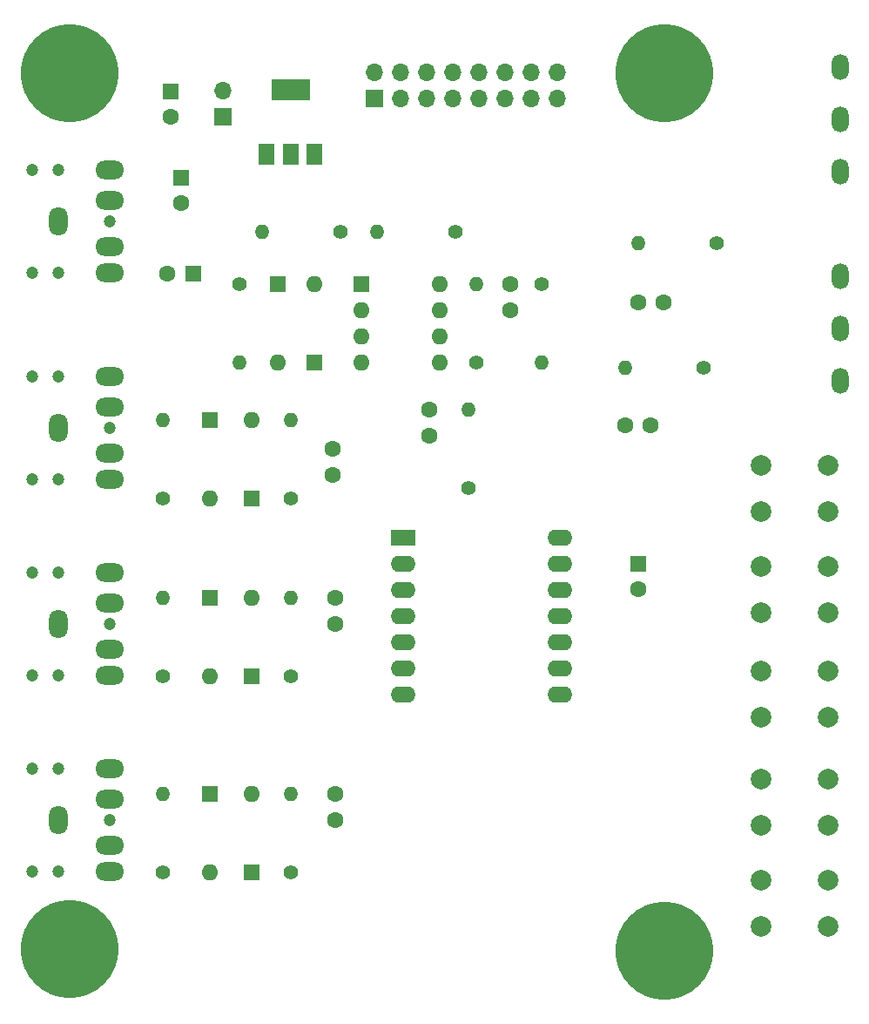
<source format=gts>
%TF.GenerationSoftware,KiCad,Pcbnew,(6.0.1)*%
%TF.CreationDate,2022-09-22T07:34:11-04:00*%
%TF.ProjectId,SYNTH-VCO-01,53594e54-482d-4564-934f-2d30312e6b69,1*%
%TF.SameCoordinates,Original*%
%TF.FileFunction,Soldermask,Top*%
%TF.FilePolarity,Negative*%
%FSLAX46Y46*%
G04 Gerber Fmt 4.6, Leading zero omitted, Abs format (unit mm)*
G04 Created by KiCad (PCBNEW (6.0.1)) date 2022-09-22 07:34:11*
%MOMM*%
%LPD*%
G01*
G04 APERTURE LIST*
%ADD10C,1.200000*%
%ADD11O,2.800000X1.800000*%
%ADD12O,1.800000X2.800000*%
%ADD13R,1.700000X1.700000*%
%ADD14O,1.700000X1.700000*%
%ADD15R,1.500000X2.000000*%
%ADD16R,3.800000X2.000000*%
%ADD17O,1.400000X1.400000*%
%ADD18C,1.400000*%
%ADD19R,1.600000X1.600000*%
%ADD20O,1.600000X1.600000*%
%ADD21C,1.600000*%
%ADD22C,9.525000*%
%ADD23O,1.651000X2.540000*%
%ADD24C,2.000000*%
%ADD25R,2.400000X1.600000*%
%ADD26O,2.400000X1.600000*%
G04 APERTURE END LIST*
D10*
%TO.C,J3*%
X88448000Y-57992000D03*
X88448000Y-67992000D03*
X90948000Y-57992000D03*
X95948000Y-62992000D03*
X90948000Y-67992000D03*
D11*
X95948000Y-57992000D03*
X95948000Y-60992000D03*
D12*
X90948000Y-62992000D03*
D11*
X95948000Y-67992000D03*
X95948000Y-65492000D03*
%TD*%
D13*
%TO.C,J1*%
X121666000Y-31050000D03*
D14*
X121666000Y-28510000D03*
X124206000Y-31050000D03*
X124206000Y-28510000D03*
X126746000Y-31050000D03*
X126746000Y-28510000D03*
X129286000Y-31050000D03*
X129286000Y-28510000D03*
X131826000Y-31050000D03*
X131826000Y-28510000D03*
X134366000Y-31050000D03*
X134366000Y-28510000D03*
X136906000Y-31050000D03*
X136906000Y-28510000D03*
X139446000Y-31050000D03*
X139446000Y-28510000D03*
%TD*%
D15*
%TO.C,U1*%
X111238000Y-36424000D03*
X113538000Y-36424000D03*
X115838000Y-36424000D03*
D16*
X113538000Y-30124000D03*
%TD*%
D17*
%TO.C,R10*%
X113538000Y-62230000D03*
D18*
X113538000Y-69850000D03*
%TD*%
%TO.C,R9*%
X101092000Y-69850000D03*
D17*
X101092000Y-62230000D03*
%TD*%
D13*
%TO.C,H1*%
X106934000Y-32771000D03*
D14*
X106934000Y-30231000D03*
%TD*%
D19*
%TO.C,D3*%
X105664000Y-62230000D03*
D20*
X105664000Y-69850000D03*
%TD*%
D19*
%TO.C,C1*%
X101854000Y-30290888D03*
D21*
X101854000Y-32790888D03*
%TD*%
%TO.C,C8*%
X117602000Y-65044000D03*
X117602000Y-67544000D03*
%TD*%
D19*
%TO.C,C2*%
X102870000Y-38672888D03*
D21*
X102870000Y-41172888D03*
%TD*%
D19*
%TO.C,C9*%
X147320000Y-76200000D03*
D21*
X147320000Y-78700000D03*
%TD*%
D19*
%TO.C,D2*%
X115824000Y-56642000D03*
D20*
X115824000Y-49022000D03*
%TD*%
D22*
%TO.C,MTG2*%
X92075000Y-113665000D03*
%TD*%
D23*
%TO.C,RV2*%
X167005000Y-48260000D03*
X167005000Y-53340000D03*
X167005000Y-58420000D03*
%TD*%
D19*
%TO.C,D6*%
X109728000Y-87122000D03*
D20*
X109728000Y-79502000D03*
%TD*%
D19*
%TO.C,D8*%
X109728000Y-106172000D03*
D20*
X109728000Y-98552000D03*
%TD*%
D22*
%TO.C,MTG3*%
X149860000Y-28575000D03*
%TD*%
D24*
%TO.C,SW2*%
X165810000Y-76490000D03*
X159310000Y-76490000D03*
X159310000Y-80990000D03*
X165810000Y-80990000D03*
%TD*%
D19*
%TO.C,D5*%
X105664000Y-79502000D03*
D20*
X105664000Y-87122000D03*
%TD*%
D24*
%TO.C,SW1*%
X165810000Y-71120000D03*
X159310000Y-71120000D03*
X165810000Y-66620000D03*
X159310000Y-66620000D03*
%TD*%
D18*
%TO.C,R13*%
X101092000Y-106172000D03*
D17*
X101092000Y-98552000D03*
%TD*%
D18*
%TO.C,R3*%
X154940000Y-45085000D03*
D17*
X147320000Y-45085000D03*
%TD*%
D18*
%TO.C,R1*%
X118364000Y-43942000D03*
D17*
X110744000Y-43942000D03*
%TD*%
D10*
%TO.C,J5*%
X88448000Y-106092000D03*
X95948000Y-101092000D03*
X88448000Y-96092000D03*
X90948000Y-96092000D03*
X90948000Y-106092000D03*
D11*
X95948000Y-96092000D03*
X95948000Y-99092000D03*
D12*
X90948000Y-101092000D03*
D11*
X95948000Y-106092000D03*
X95948000Y-103592000D03*
%TD*%
D21*
%TO.C,C10*%
X117856000Y-79522000D03*
X117856000Y-82022000D03*
%TD*%
D24*
%TO.C,SW4*%
X159310000Y-101600000D03*
X165810000Y-101600000D03*
X159310000Y-97100000D03*
X165810000Y-97100000D03*
%TD*%
D21*
%TO.C,C6*%
X127000000Y-61234000D03*
X127000000Y-63734000D03*
%TD*%
D18*
%TO.C,R5*%
X131572000Y-56642000D03*
D17*
X131572000Y-49022000D03*
%TD*%
D18*
%TO.C,R11*%
X101092000Y-87122000D03*
D17*
X101092000Y-79502000D03*
%TD*%
D21*
%TO.C,C11*%
X117856000Y-98572000D03*
X117856000Y-101072000D03*
%TD*%
D19*
%TO.C,D1*%
X112268000Y-49022000D03*
D20*
X112268000Y-56642000D03*
%TD*%
D24*
%TO.C,SW3*%
X159310000Y-86650000D03*
X165810000Y-86650000D03*
X159310000Y-91150000D03*
X165810000Y-91150000D03*
%TD*%
D19*
%TO.C,D7*%
X105664000Y-98552000D03*
D20*
X105664000Y-106172000D03*
%TD*%
D19*
%TO.C,U2*%
X120406000Y-49032000D03*
D20*
X120406000Y-51572000D03*
X120406000Y-54112000D03*
X120406000Y-56652000D03*
X128026000Y-56652000D03*
X128026000Y-54112000D03*
X128026000Y-51572000D03*
X128026000Y-49032000D03*
%TD*%
D18*
%TO.C,R4*%
X108585000Y-49022000D03*
D17*
X108585000Y-56642000D03*
%TD*%
D19*
%TO.C,D4*%
X109728000Y-69850000D03*
D20*
X109728000Y-62230000D03*
%TD*%
D21*
%TO.C,C4*%
X134874000Y-49042000D03*
X134874000Y-51542000D03*
%TD*%
D18*
%TO.C,R7*%
X153670000Y-57150000D03*
D17*
X146050000Y-57150000D03*
%TD*%
D25*
%TO.C,U3*%
X124460000Y-73660000D03*
D26*
X124460000Y-76200000D03*
X124460000Y-78740000D03*
X124460000Y-81280000D03*
X124460000Y-83820000D03*
X124460000Y-86360000D03*
X124460000Y-88900000D03*
X139700000Y-88900000D03*
X139700000Y-86360000D03*
X139700000Y-83820000D03*
X139700000Y-81280000D03*
X139700000Y-78740000D03*
X139700000Y-76200000D03*
X139700000Y-73660000D03*
%TD*%
D22*
%TO.C,MTG4*%
X149860000Y-113792000D03*
%TD*%
%TO.C,MTG1*%
X92075000Y-28575000D03*
%TD*%
D18*
%TO.C,R14*%
X113538000Y-106172000D03*
D17*
X113538000Y-98552000D03*
%TD*%
D21*
%TO.C,C5*%
X147320000Y-50800000D03*
X149820000Y-50800000D03*
%TD*%
D18*
%TO.C,R2*%
X129540000Y-43942000D03*
D17*
X121920000Y-43942000D03*
%TD*%
D24*
%TO.C,SW5*%
X165810000Y-106970000D03*
X159310000Y-106970000D03*
X165810000Y-111470000D03*
X159310000Y-111470000D03*
%TD*%
D23*
%TO.C,RV1*%
X167005000Y-27945000D03*
X167005000Y-33025000D03*
X167005000Y-38105000D03*
%TD*%
D18*
%TO.C,R6*%
X137922000Y-49022000D03*
D17*
X137922000Y-56642000D03*
%TD*%
D18*
%TO.C,R8*%
X130810000Y-68834000D03*
D17*
X130810000Y-61214000D03*
%TD*%
D19*
%TO.C,C3*%
X104075113Y-48006000D03*
D21*
X101575113Y-48006000D03*
%TD*%
D10*
%TO.C,J4*%
X88448000Y-77042000D03*
X90948000Y-77042000D03*
X95948000Y-82042000D03*
X90948000Y-87042000D03*
X88448000Y-87042000D03*
D11*
X95948000Y-77042000D03*
X95948000Y-80042000D03*
D12*
X90948000Y-82042000D03*
D11*
X95948000Y-87042000D03*
X95948000Y-84542000D03*
%TD*%
D10*
%TO.C,J2*%
X90948000Y-37926000D03*
X88448000Y-37926000D03*
X90948000Y-47926000D03*
X95948000Y-42926000D03*
X88448000Y-47926000D03*
D11*
X95948000Y-37926000D03*
X95948000Y-40926000D03*
D12*
X90948000Y-42926000D03*
D11*
X95948000Y-47926000D03*
X95948000Y-45426000D03*
%TD*%
D18*
%TO.C,R12*%
X113538000Y-87122000D03*
D17*
X113538000Y-79502000D03*
%TD*%
D21*
%TO.C,C7*%
X146070000Y-62738000D03*
X148570000Y-62738000D03*
%TD*%
M02*

</source>
